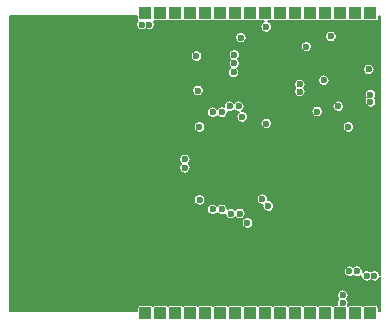
<source format=gbr>
G04 #@! TF.GenerationSoftware,KiCad,Pcbnew,5.1.4*
G04 #@! TF.CreationDate,2019-10-29T20:28:42-05:00*
G04 #@! TF.ProjectId,rf,72662e6b-6963-4616-945f-706362585858,rev?*
G04 #@! TF.SameCoordinates,PX811c3f0PY66a06fc*
G04 #@! TF.FileFunction,Copper,L2,Inr*
G04 #@! TF.FilePolarity,Positive*
%FSLAX46Y46*%
G04 Gerber Fmt 4.6, Leading zero omitted, Abs format (unit mm)*
G04 Created by KiCad (PCBNEW 5.1.4) date 2019-10-29 20:28:42*
%MOMM*%
%LPD*%
G04 APERTURE LIST*
%ADD10R,1.000000X1.000000*%
%ADD11C,0.600000*%
%ADD12C,0.127000*%
G04 APERTURE END LIST*
D10*
X30734000Y0D03*
X29464000Y0D03*
X28194000Y0D03*
X26924000Y0D03*
X25654000Y0D03*
X24384000Y0D03*
X23114000Y0D03*
X21844000Y0D03*
X20574000Y0D03*
X19304000Y0D03*
X18034000Y0D03*
X16764000Y0D03*
X15494000Y0D03*
X14224000Y0D03*
X12954000Y0D03*
X11684000Y0D03*
X11684000Y25400000D03*
X12954000Y25400000D03*
X14224000Y25400000D03*
X15494000Y25400000D03*
X16764000Y25400000D03*
X18034000Y25400000D03*
X19304000Y25400000D03*
X20574000Y25400000D03*
X21844000Y25400000D03*
X23114000Y25400000D03*
X24384000Y25400000D03*
X25654000Y25400000D03*
X26924000Y25400000D03*
X28194000Y25400000D03*
X29464000Y25400000D03*
X30734000Y25400000D03*
D11*
X17157100Y11800000D03*
X17157100Y13600000D03*
X19357100Y12700000D03*
X17157100Y11100000D03*
X17157100Y14300000D03*
X19357100Y11100000D03*
X19357100Y14300000D03*
X5866160Y17048000D03*
X4646160Y18048000D03*
X2476160Y18048000D03*
X1266160Y16848000D03*
X1266160Y14648000D03*
X2446160Y13458000D03*
X4696160Y13458000D03*
X5866160Y14448000D03*
X5866160Y10952000D03*
X4646160Y11952000D03*
X2476160Y11952000D03*
X1266160Y10752000D03*
X1266160Y8552000D03*
X2446160Y7362000D03*
X4696160Y7362000D03*
X5866160Y8352000D03*
X5866160Y4856000D03*
X4646160Y5856000D03*
X2476160Y5856000D03*
X1266160Y4656000D03*
X1266160Y2456000D03*
X2446160Y1266000D03*
X4696160Y1266000D03*
X5866160Y2256000D03*
X22975000Y21780000D03*
X21475000Y20247900D03*
X22975000Y20247900D03*
X21475000Y21780000D03*
X10915051Y16470596D03*
X12980418Y15962000D03*
X8849379Y16985575D03*
X9241303Y14149782D03*
X11304475Y13634122D03*
X12980418Y13345800D03*
X10897796Y8924490D03*
X8849379Y8414414D03*
X12945983Y9435491D03*
X11279441Y11758563D03*
X9232908Y11247974D03*
X12980418Y12050400D03*
X14928981Y4878441D03*
X22888012Y2359700D03*
X24859658Y3012048D03*
X26589870Y4159510D03*
X27958130Y5722351D03*
X28854645Y7596521D03*
X29221356Y9640365D03*
X29236852Y11723698D03*
X14986200Y2232700D03*
X16951427Y2238004D03*
X18913427Y2238004D03*
X20875427Y2238004D03*
X12964200Y4884700D03*
X11002200Y4884700D03*
X9040200Y4884700D03*
X7078200Y4884700D03*
X15459981Y5700639D03*
X21795981Y4895459D03*
X13024646Y2227245D03*
X11062646Y2227245D03*
X9100646Y2227245D03*
X7138646Y2227245D03*
X7228412Y10993604D03*
X6887379Y8323300D03*
X7228411Y14406385D03*
X14942418Y15962000D03*
X14907983Y9435491D03*
X23636452Y15512000D03*
X25598452Y15512000D03*
X29236852Y13746548D03*
X27560452Y15512000D03*
X19383981Y5700639D03*
X6887379Y17076700D03*
X23636452Y10888000D03*
X25598452Y10888000D03*
X26562299Y9671858D03*
X22882869Y5087474D03*
X24720224Y6051434D03*
X26016919Y7671069D03*
X17421981Y5700639D03*
X21345981Y5700639D03*
X30000000Y4750000D03*
X14750000Y24000000D03*
X14750000Y20000000D03*
X14750000Y22000000D03*
X29000000Y24000000D03*
X29000000Y22250000D03*
X30750000Y22250000D03*
X11366500Y24447500D03*
X12001500Y24447500D03*
X26775800Y19727900D03*
X30585800Y20642300D03*
X28384500Y1524000D03*
X28384500Y889000D03*
X28003500Y17526000D03*
X19141400Y20388300D03*
X27385400Y23436300D03*
X19765400Y23334700D03*
X24743800Y18762700D03*
X30416500Y3175000D03*
X31051500Y3175000D03*
X30734000Y17907000D03*
X30734000Y18516600D03*
X24743800Y19385000D03*
X15013700Y13034200D03*
X15013700Y12323000D03*
X16129000Y18859500D03*
X16257100Y9600000D03*
X16254100Y15775000D03*
X29591000Y3556000D03*
X28956000Y3556000D03*
X19202400Y21159897D03*
X28854400Y15773400D03*
X19202400Y21886900D03*
X26212800Y17076700D03*
X21894800Y24257000D03*
X22077680Y9080500D03*
X21577300Y9669780D03*
X25302600Y22572700D03*
X17368200Y8800000D03*
X18146000Y8800000D03*
X18893200Y8440000D03*
X19671000Y8440000D03*
X20320000Y7645400D03*
X19862800Y16637000D03*
X19576060Y17526000D03*
X18798260Y17526000D03*
X18146000Y17018000D03*
X17368200Y17018000D03*
X21907500Y16065500D03*
X16002000Y21780500D03*
D12*
G36*
X10992579Y24900000D02*
G01*
X10996257Y24862656D01*
X11007150Y24826746D01*
X11022799Y24797470D01*
X10985504Y24760175D01*
X10931825Y24679839D01*
X10894850Y24590573D01*
X10876000Y24495810D01*
X10876000Y24399190D01*
X10894850Y24304427D01*
X10931825Y24215161D01*
X10985504Y24134825D01*
X11053825Y24066504D01*
X11134161Y24012825D01*
X11223427Y23975850D01*
X11318190Y23957000D01*
X11414810Y23957000D01*
X11509573Y23975850D01*
X11598839Y24012825D01*
X11679175Y24066504D01*
X11684000Y24071329D01*
X11688825Y24066504D01*
X11769161Y24012825D01*
X11858427Y23975850D01*
X11953190Y23957000D01*
X12049810Y23957000D01*
X12144573Y23975850D01*
X12233839Y24012825D01*
X12314175Y24066504D01*
X12382496Y24134825D01*
X12436175Y24215161D01*
X12473150Y24304427D01*
X12492000Y24399190D01*
X12492000Y24495810D01*
X12473150Y24590573D01*
X12436175Y24679839D01*
X12413969Y24713072D01*
X12416656Y24712257D01*
X12454000Y24708579D01*
X13454000Y24708579D01*
X13491344Y24712257D01*
X13527254Y24723150D01*
X13560348Y24740839D01*
X13589000Y24764354D01*
X13617652Y24740839D01*
X13650746Y24723150D01*
X13686656Y24712257D01*
X13724000Y24708579D01*
X14724000Y24708579D01*
X14761344Y24712257D01*
X14797254Y24723150D01*
X14830348Y24740839D01*
X14859000Y24764354D01*
X14887652Y24740839D01*
X14920746Y24723150D01*
X14956656Y24712257D01*
X14994000Y24708579D01*
X15994000Y24708579D01*
X16031344Y24712257D01*
X16067254Y24723150D01*
X16100348Y24740839D01*
X16129000Y24764354D01*
X16157652Y24740839D01*
X16190746Y24723150D01*
X16226656Y24712257D01*
X16264000Y24708579D01*
X17264000Y24708579D01*
X17301344Y24712257D01*
X17337254Y24723150D01*
X17370348Y24740839D01*
X17399000Y24764354D01*
X17427652Y24740839D01*
X17460746Y24723150D01*
X17496656Y24712257D01*
X17534000Y24708579D01*
X18534000Y24708579D01*
X18571344Y24712257D01*
X18607254Y24723150D01*
X18640348Y24740839D01*
X18669000Y24764354D01*
X18697652Y24740839D01*
X18730746Y24723150D01*
X18766656Y24712257D01*
X18804000Y24708579D01*
X19804000Y24708579D01*
X19841344Y24712257D01*
X19877254Y24723150D01*
X19910348Y24740839D01*
X19939000Y24764354D01*
X19967652Y24740839D01*
X20000746Y24723150D01*
X20036656Y24712257D01*
X20074000Y24708579D01*
X21074000Y24708579D01*
X21111344Y24712257D01*
X21147254Y24723150D01*
X21180348Y24740839D01*
X21209000Y24764354D01*
X21237652Y24740839D01*
X21270746Y24723150D01*
X21306656Y24712257D01*
X21344000Y24708579D01*
X21703271Y24708579D01*
X21662461Y24691675D01*
X21582125Y24637996D01*
X21513804Y24569675D01*
X21460125Y24489339D01*
X21423150Y24400073D01*
X21404300Y24305310D01*
X21404300Y24208690D01*
X21423150Y24113927D01*
X21460125Y24024661D01*
X21513804Y23944325D01*
X21582125Y23876004D01*
X21662461Y23822325D01*
X21751727Y23785350D01*
X21846490Y23766500D01*
X21943110Y23766500D01*
X22037873Y23785350D01*
X22127139Y23822325D01*
X22207475Y23876004D01*
X22275796Y23944325D01*
X22329475Y24024661D01*
X22366450Y24113927D01*
X22385300Y24208690D01*
X22385300Y24305310D01*
X22366450Y24400073D01*
X22329475Y24489339D01*
X22275796Y24569675D01*
X22207475Y24637996D01*
X22127139Y24691675D01*
X22086329Y24708579D01*
X22344000Y24708579D01*
X22381344Y24712257D01*
X22417254Y24723150D01*
X22450348Y24740839D01*
X22479000Y24764354D01*
X22507652Y24740839D01*
X22540746Y24723150D01*
X22576656Y24712257D01*
X22614000Y24708579D01*
X23614000Y24708579D01*
X23651344Y24712257D01*
X23687254Y24723150D01*
X23720348Y24740839D01*
X23749000Y24764354D01*
X23777652Y24740839D01*
X23810746Y24723150D01*
X23846656Y24712257D01*
X23884000Y24708579D01*
X24884000Y24708579D01*
X24921344Y24712257D01*
X24957254Y24723150D01*
X24990348Y24740839D01*
X25019000Y24764354D01*
X25047652Y24740839D01*
X25080746Y24723150D01*
X25116656Y24712257D01*
X25154000Y24708579D01*
X26154000Y24708579D01*
X26191344Y24712257D01*
X26227254Y24723150D01*
X26260348Y24740839D01*
X26289000Y24764354D01*
X26317652Y24740839D01*
X26350746Y24723150D01*
X26386656Y24712257D01*
X26424000Y24708579D01*
X27424000Y24708579D01*
X27461344Y24712257D01*
X27497254Y24723150D01*
X27530348Y24740839D01*
X27559000Y24764354D01*
X27587652Y24740839D01*
X27620746Y24723150D01*
X27656656Y24712257D01*
X27694000Y24708579D01*
X28694000Y24708579D01*
X28731344Y24712257D01*
X28767254Y24723150D01*
X28800348Y24740839D01*
X28829000Y24764354D01*
X28857652Y24740839D01*
X28890746Y24723150D01*
X28926656Y24712257D01*
X28964000Y24708579D01*
X29964000Y24708579D01*
X30001344Y24712257D01*
X30037254Y24723150D01*
X30070348Y24740839D01*
X30099000Y24764354D01*
X30127652Y24740839D01*
X30160746Y24723150D01*
X30196656Y24712257D01*
X30234000Y24708579D01*
X31234000Y24708579D01*
X31271344Y24712257D01*
X31307254Y24723150D01*
X31340348Y24740839D01*
X31369355Y24764645D01*
X31393161Y24793652D01*
X31410850Y24826746D01*
X31421743Y24862656D01*
X31425421Y24900000D01*
X31425421Y25184500D01*
X31534501Y25184500D01*
X31534500Y3261013D01*
X31523150Y3318073D01*
X31486175Y3407339D01*
X31432496Y3487675D01*
X31364175Y3555996D01*
X31283839Y3609675D01*
X31194573Y3646650D01*
X31099810Y3665500D01*
X31003190Y3665500D01*
X30908427Y3646650D01*
X30819161Y3609675D01*
X30738825Y3555996D01*
X30734000Y3551171D01*
X30729175Y3555996D01*
X30648839Y3609675D01*
X30559573Y3646650D01*
X30464810Y3665500D01*
X30368190Y3665500D01*
X30273427Y3646650D01*
X30184161Y3609675D01*
X30103825Y3555996D01*
X30081500Y3533671D01*
X30081500Y3604310D01*
X30062650Y3699073D01*
X30025675Y3788339D01*
X29971996Y3868675D01*
X29903675Y3936996D01*
X29823339Y3990675D01*
X29734073Y4027650D01*
X29639310Y4046500D01*
X29542690Y4046500D01*
X29447927Y4027650D01*
X29358661Y3990675D01*
X29278325Y3936996D01*
X29273500Y3932171D01*
X29268675Y3936996D01*
X29188339Y3990675D01*
X29099073Y4027650D01*
X29004310Y4046500D01*
X28907690Y4046500D01*
X28812927Y4027650D01*
X28723661Y3990675D01*
X28643325Y3936996D01*
X28575004Y3868675D01*
X28521325Y3788339D01*
X28484350Y3699073D01*
X28465500Y3604310D01*
X28465500Y3507690D01*
X28484350Y3412927D01*
X28521325Y3323661D01*
X28575004Y3243325D01*
X28643325Y3175004D01*
X28723661Y3121325D01*
X28812927Y3084350D01*
X28907690Y3065500D01*
X29004310Y3065500D01*
X29099073Y3084350D01*
X29188339Y3121325D01*
X29268675Y3175004D01*
X29273500Y3179829D01*
X29278325Y3175004D01*
X29358661Y3121325D01*
X29447927Y3084350D01*
X29542690Y3065500D01*
X29639310Y3065500D01*
X29734073Y3084350D01*
X29823339Y3121325D01*
X29903675Y3175004D01*
X29926000Y3197329D01*
X29926000Y3126690D01*
X29944850Y3031927D01*
X29981825Y2942661D01*
X30035504Y2862325D01*
X30103825Y2794004D01*
X30184161Y2740325D01*
X30273427Y2703350D01*
X30368190Y2684500D01*
X30464810Y2684500D01*
X30559573Y2703350D01*
X30648839Y2740325D01*
X30729175Y2794004D01*
X30734000Y2798829D01*
X30738825Y2794004D01*
X30819161Y2740325D01*
X30908427Y2703350D01*
X31003190Y2684500D01*
X31099810Y2684500D01*
X31194573Y2703350D01*
X31283839Y2740325D01*
X31364175Y2794004D01*
X31432496Y2862325D01*
X31486175Y2942661D01*
X31523150Y3031927D01*
X31534500Y3088987D01*
X31534500Y215500D01*
X31425421Y215500D01*
X31425421Y500000D01*
X31421743Y537344D01*
X31410850Y573254D01*
X31393161Y606348D01*
X31369355Y635355D01*
X31340348Y659161D01*
X31307254Y676850D01*
X31271344Y687743D01*
X31234000Y691421D01*
X30234000Y691421D01*
X30196656Y687743D01*
X30160746Y676850D01*
X30127652Y659161D01*
X30099000Y635646D01*
X30070348Y659161D01*
X30037254Y676850D01*
X30001344Y687743D01*
X29964000Y691421D01*
X28964000Y691421D01*
X28926656Y687743D01*
X28890746Y676850D01*
X28857652Y659161D01*
X28829000Y635646D01*
X28813586Y648297D01*
X28819175Y656661D01*
X28856150Y745927D01*
X28875000Y840690D01*
X28875000Y937310D01*
X28856150Y1032073D01*
X28819175Y1121339D01*
X28765496Y1201675D01*
X28760671Y1206500D01*
X28765496Y1211325D01*
X28819175Y1291661D01*
X28856150Y1380927D01*
X28875000Y1475690D01*
X28875000Y1572310D01*
X28856150Y1667073D01*
X28819175Y1756339D01*
X28765496Y1836675D01*
X28697175Y1904996D01*
X28616839Y1958675D01*
X28527573Y1995650D01*
X28432810Y2014500D01*
X28336190Y2014500D01*
X28241427Y1995650D01*
X28152161Y1958675D01*
X28071825Y1904996D01*
X28003504Y1836675D01*
X27949825Y1756339D01*
X27912850Y1667073D01*
X27894000Y1572310D01*
X27894000Y1475690D01*
X27912850Y1380927D01*
X27949825Y1291661D01*
X28003504Y1211325D01*
X28008329Y1206500D01*
X28003504Y1201675D01*
X27949825Y1121339D01*
X27912850Y1032073D01*
X27894000Y937310D01*
X27894000Y840690D01*
X27912850Y745927D01*
X27935427Y691421D01*
X27694000Y691421D01*
X27656656Y687743D01*
X27620746Y676850D01*
X27587652Y659161D01*
X27559000Y635646D01*
X27530348Y659161D01*
X27497254Y676850D01*
X27461344Y687743D01*
X27424000Y691421D01*
X26424000Y691421D01*
X26386656Y687743D01*
X26350746Y676850D01*
X26317652Y659161D01*
X26289000Y635646D01*
X26260348Y659161D01*
X26227254Y676850D01*
X26191344Y687743D01*
X26154000Y691421D01*
X25154000Y691421D01*
X25116656Y687743D01*
X25080746Y676850D01*
X25047652Y659161D01*
X25019000Y635646D01*
X24990348Y659161D01*
X24957254Y676850D01*
X24921344Y687743D01*
X24884000Y691421D01*
X23884000Y691421D01*
X23846656Y687743D01*
X23810746Y676850D01*
X23777652Y659161D01*
X23749000Y635646D01*
X23720348Y659161D01*
X23687254Y676850D01*
X23651344Y687743D01*
X23614000Y691421D01*
X22614000Y691421D01*
X22576656Y687743D01*
X22540746Y676850D01*
X22507652Y659161D01*
X22479000Y635646D01*
X22450348Y659161D01*
X22417254Y676850D01*
X22381344Y687743D01*
X22344000Y691421D01*
X21344000Y691421D01*
X21306656Y687743D01*
X21270746Y676850D01*
X21237652Y659161D01*
X21209000Y635646D01*
X21180348Y659161D01*
X21147254Y676850D01*
X21111344Y687743D01*
X21074000Y691421D01*
X20074000Y691421D01*
X20036656Y687743D01*
X20000746Y676850D01*
X19967652Y659161D01*
X19939000Y635646D01*
X19910348Y659161D01*
X19877254Y676850D01*
X19841344Y687743D01*
X19804000Y691421D01*
X18804000Y691421D01*
X18766656Y687743D01*
X18730746Y676850D01*
X18697652Y659161D01*
X18669000Y635646D01*
X18640348Y659161D01*
X18607254Y676850D01*
X18571344Y687743D01*
X18534000Y691421D01*
X17534000Y691421D01*
X17496656Y687743D01*
X17460746Y676850D01*
X17427652Y659161D01*
X17399000Y635646D01*
X17370348Y659161D01*
X17337254Y676850D01*
X17301344Y687743D01*
X17264000Y691421D01*
X16264000Y691421D01*
X16226656Y687743D01*
X16190746Y676850D01*
X16157652Y659161D01*
X16129000Y635646D01*
X16100348Y659161D01*
X16067254Y676850D01*
X16031344Y687743D01*
X15994000Y691421D01*
X14994000Y691421D01*
X14956656Y687743D01*
X14920746Y676850D01*
X14887652Y659161D01*
X14859000Y635646D01*
X14830348Y659161D01*
X14797254Y676850D01*
X14761344Y687743D01*
X14724000Y691421D01*
X13724000Y691421D01*
X13686656Y687743D01*
X13650746Y676850D01*
X13617652Y659161D01*
X13589000Y635646D01*
X13560348Y659161D01*
X13527254Y676850D01*
X13491344Y687743D01*
X13454000Y691421D01*
X12454000Y691421D01*
X12416656Y687743D01*
X12380746Y676850D01*
X12347652Y659161D01*
X12319000Y635646D01*
X12290348Y659161D01*
X12257254Y676850D01*
X12221344Y687743D01*
X12184000Y691421D01*
X11184000Y691421D01*
X11146656Y687743D01*
X11110746Y676850D01*
X11077652Y659161D01*
X11048645Y635355D01*
X11024839Y606348D01*
X11007150Y573254D01*
X10996257Y537344D01*
X10992579Y500000D01*
X10992579Y215500D01*
X215500Y215500D01*
X215500Y7693710D01*
X19829500Y7693710D01*
X19829500Y7597090D01*
X19848350Y7502327D01*
X19885325Y7413061D01*
X19939004Y7332725D01*
X20007325Y7264404D01*
X20087661Y7210725D01*
X20176927Y7173750D01*
X20271690Y7154900D01*
X20368310Y7154900D01*
X20463073Y7173750D01*
X20552339Y7210725D01*
X20632675Y7264404D01*
X20700996Y7332725D01*
X20754675Y7413061D01*
X20791650Y7502327D01*
X20810500Y7597090D01*
X20810500Y7693710D01*
X20791650Y7788473D01*
X20754675Y7877739D01*
X20700996Y7958075D01*
X20632675Y8026396D01*
X20552339Y8080075D01*
X20463073Y8117050D01*
X20368310Y8135900D01*
X20271690Y8135900D01*
X20176927Y8117050D01*
X20087661Y8080075D01*
X20007325Y8026396D01*
X19939004Y7958075D01*
X19885325Y7877739D01*
X19848350Y7788473D01*
X19829500Y7693710D01*
X215500Y7693710D01*
X215500Y8848310D01*
X16877700Y8848310D01*
X16877700Y8751690D01*
X16896550Y8656927D01*
X16933525Y8567661D01*
X16987204Y8487325D01*
X17055525Y8419004D01*
X17135861Y8365325D01*
X17225127Y8328350D01*
X17319890Y8309500D01*
X17416510Y8309500D01*
X17511273Y8328350D01*
X17600539Y8365325D01*
X17680875Y8419004D01*
X17749196Y8487325D01*
X17757100Y8499154D01*
X17765004Y8487325D01*
X17833325Y8419004D01*
X17913661Y8365325D01*
X18002927Y8328350D01*
X18097690Y8309500D01*
X18194310Y8309500D01*
X18289073Y8328350D01*
X18378339Y8365325D01*
X18404471Y8382786D01*
X18421550Y8296927D01*
X18458525Y8207661D01*
X18512204Y8127325D01*
X18580525Y8059004D01*
X18660861Y8005325D01*
X18750127Y7968350D01*
X18844890Y7949500D01*
X18941510Y7949500D01*
X19036273Y7968350D01*
X19125539Y8005325D01*
X19205875Y8059004D01*
X19274196Y8127325D01*
X19282100Y8139154D01*
X19290004Y8127325D01*
X19358325Y8059004D01*
X19438661Y8005325D01*
X19527927Y7968350D01*
X19622690Y7949500D01*
X19719310Y7949500D01*
X19814073Y7968350D01*
X19903339Y8005325D01*
X19983675Y8059004D01*
X20051996Y8127325D01*
X20105675Y8207661D01*
X20142650Y8296927D01*
X20161500Y8391690D01*
X20161500Y8488310D01*
X20142650Y8583073D01*
X20105675Y8672339D01*
X20051996Y8752675D01*
X19983675Y8820996D01*
X19903339Y8874675D01*
X19814073Y8911650D01*
X19719310Y8930500D01*
X19622690Y8930500D01*
X19527927Y8911650D01*
X19438661Y8874675D01*
X19358325Y8820996D01*
X19290004Y8752675D01*
X19282100Y8740846D01*
X19274196Y8752675D01*
X19205875Y8820996D01*
X19125539Y8874675D01*
X19036273Y8911650D01*
X18941510Y8930500D01*
X18844890Y8930500D01*
X18750127Y8911650D01*
X18660861Y8874675D01*
X18634729Y8857214D01*
X18617650Y8943073D01*
X18580675Y9032339D01*
X18526996Y9112675D01*
X18458675Y9180996D01*
X18378339Y9234675D01*
X18289073Y9271650D01*
X18194310Y9290500D01*
X18097690Y9290500D01*
X18002927Y9271650D01*
X17913661Y9234675D01*
X17833325Y9180996D01*
X17765004Y9112675D01*
X17757100Y9100846D01*
X17749196Y9112675D01*
X17680875Y9180996D01*
X17600539Y9234675D01*
X17511273Y9271650D01*
X17416510Y9290500D01*
X17319890Y9290500D01*
X17225127Y9271650D01*
X17135861Y9234675D01*
X17055525Y9180996D01*
X16987204Y9112675D01*
X16933525Y9032339D01*
X16896550Y8943073D01*
X16877700Y8848310D01*
X215500Y8848310D01*
X215500Y9648310D01*
X15766600Y9648310D01*
X15766600Y9551690D01*
X15785450Y9456927D01*
X15822425Y9367661D01*
X15876104Y9287325D01*
X15944425Y9219004D01*
X16024761Y9165325D01*
X16114027Y9128350D01*
X16208790Y9109500D01*
X16305410Y9109500D01*
X16400173Y9128350D01*
X16489439Y9165325D01*
X16569775Y9219004D01*
X16638096Y9287325D01*
X16691775Y9367661D01*
X16728750Y9456927D01*
X16747600Y9551690D01*
X16747600Y9648310D01*
X16733720Y9718090D01*
X21086800Y9718090D01*
X21086800Y9621470D01*
X21105650Y9526707D01*
X21142625Y9437441D01*
X21196304Y9357105D01*
X21264625Y9288784D01*
X21344961Y9235105D01*
X21434227Y9198130D01*
X21528990Y9179280D01*
X21597219Y9179280D01*
X21587180Y9128810D01*
X21587180Y9032190D01*
X21606030Y8937427D01*
X21643005Y8848161D01*
X21696684Y8767825D01*
X21765005Y8699504D01*
X21845341Y8645825D01*
X21934607Y8608850D01*
X22029370Y8590000D01*
X22125990Y8590000D01*
X22220753Y8608850D01*
X22310019Y8645825D01*
X22390355Y8699504D01*
X22458676Y8767825D01*
X22512355Y8848161D01*
X22549330Y8937427D01*
X22568180Y9032190D01*
X22568180Y9128810D01*
X22549330Y9223573D01*
X22512355Y9312839D01*
X22458676Y9393175D01*
X22390355Y9461496D01*
X22310019Y9515175D01*
X22220753Y9552150D01*
X22125990Y9571000D01*
X22057761Y9571000D01*
X22067800Y9621470D01*
X22067800Y9718090D01*
X22048950Y9812853D01*
X22011975Y9902119D01*
X21958296Y9982455D01*
X21889975Y10050776D01*
X21809639Y10104455D01*
X21720373Y10141430D01*
X21625610Y10160280D01*
X21528990Y10160280D01*
X21434227Y10141430D01*
X21344961Y10104455D01*
X21264625Y10050776D01*
X21196304Y9982455D01*
X21142625Y9902119D01*
X21105650Y9812853D01*
X21086800Y9718090D01*
X16733720Y9718090D01*
X16728750Y9743073D01*
X16691775Y9832339D01*
X16638096Y9912675D01*
X16569775Y9980996D01*
X16489439Y10034675D01*
X16400173Y10071650D01*
X16305410Y10090500D01*
X16208790Y10090500D01*
X16114027Y10071650D01*
X16024761Y10034675D01*
X15944425Y9980996D01*
X15876104Y9912675D01*
X15822425Y9832339D01*
X15785450Y9743073D01*
X15766600Y9648310D01*
X215500Y9648310D01*
X215500Y13082510D01*
X14523200Y13082510D01*
X14523200Y12985890D01*
X14542050Y12891127D01*
X14579025Y12801861D01*
X14632704Y12721525D01*
X14675629Y12678600D01*
X14632704Y12635675D01*
X14579025Y12555339D01*
X14542050Y12466073D01*
X14523200Y12371310D01*
X14523200Y12274690D01*
X14542050Y12179927D01*
X14579025Y12090661D01*
X14632704Y12010325D01*
X14701025Y11942004D01*
X14781361Y11888325D01*
X14870627Y11851350D01*
X14965390Y11832500D01*
X15062010Y11832500D01*
X15156773Y11851350D01*
X15246039Y11888325D01*
X15326375Y11942004D01*
X15394696Y12010325D01*
X15448375Y12090661D01*
X15485350Y12179927D01*
X15504200Y12274690D01*
X15504200Y12371310D01*
X15485350Y12466073D01*
X15448375Y12555339D01*
X15394696Y12635675D01*
X15351771Y12678600D01*
X15394696Y12721525D01*
X15448375Y12801861D01*
X15485350Y12891127D01*
X15504200Y12985890D01*
X15504200Y13082510D01*
X15485350Y13177273D01*
X15448375Y13266539D01*
X15394696Y13346875D01*
X15326375Y13415196D01*
X15246039Y13468875D01*
X15156773Y13505850D01*
X15062010Y13524700D01*
X14965390Y13524700D01*
X14870627Y13505850D01*
X14781361Y13468875D01*
X14701025Y13415196D01*
X14632704Y13346875D01*
X14579025Y13266539D01*
X14542050Y13177273D01*
X14523200Y13082510D01*
X215500Y13082510D01*
X215500Y15823310D01*
X15763600Y15823310D01*
X15763600Y15726690D01*
X15782450Y15631927D01*
X15819425Y15542661D01*
X15873104Y15462325D01*
X15941425Y15394004D01*
X16021761Y15340325D01*
X16111027Y15303350D01*
X16205790Y15284500D01*
X16302410Y15284500D01*
X16397173Y15303350D01*
X16486439Y15340325D01*
X16566775Y15394004D01*
X16635096Y15462325D01*
X16688775Y15542661D01*
X16725750Y15631927D01*
X16744600Y15726690D01*
X16744600Y15823310D01*
X16725750Y15918073D01*
X16688775Y16007339D01*
X16635096Y16087675D01*
X16608961Y16113810D01*
X21417000Y16113810D01*
X21417000Y16017190D01*
X21435850Y15922427D01*
X21472825Y15833161D01*
X21526504Y15752825D01*
X21594825Y15684504D01*
X21675161Y15630825D01*
X21764427Y15593850D01*
X21859190Y15575000D01*
X21955810Y15575000D01*
X22050573Y15593850D01*
X22139839Y15630825D01*
X22220175Y15684504D01*
X22288496Y15752825D01*
X22334523Y15821710D01*
X28363900Y15821710D01*
X28363900Y15725090D01*
X28382750Y15630327D01*
X28419725Y15541061D01*
X28473404Y15460725D01*
X28541725Y15392404D01*
X28622061Y15338725D01*
X28711327Y15301750D01*
X28806090Y15282900D01*
X28902710Y15282900D01*
X28997473Y15301750D01*
X29086739Y15338725D01*
X29167075Y15392404D01*
X29235396Y15460725D01*
X29289075Y15541061D01*
X29326050Y15630327D01*
X29344900Y15725090D01*
X29344900Y15821710D01*
X29326050Y15916473D01*
X29289075Y16005739D01*
X29235396Y16086075D01*
X29167075Y16154396D01*
X29086739Y16208075D01*
X28997473Y16245050D01*
X28902710Y16263900D01*
X28806090Y16263900D01*
X28711327Y16245050D01*
X28622061Y16208075D01*
X28541725Y16154396D01*
X28473404Y16086075D01*
X28419725Y16005739D01*
X28382750Y15916473D01*
X28363900Y15821710D01*
X22334523Y15821710D01*
X22342175Y15833161D01*
X22379150Y15922427D01*
X22398000Y16017190D01*
X22398000Y16113810D01*
X22379150Y16208573D01*
X22342175Y16297839D01*
X22288496Y16378175D01*
X22220175Y16446496D01*
X22139839Y16500175D01*
X22050573Y16537150D01*
X21955810Y16556000D01*
X21859190Y16556000D01*
X21764427Y16537150D01*
X21675161Y16500175D01*
X21594825Y16446496D01*
X21526504Y16378175D01*
X21472825Y16297839D01*
X21435850Y16208573D01*
X21417000Y16113810D01*
X16608961Y16113810D01*
X16566775Y16155996D01*
X16486439Y16209675D01*
X16397173Y16246650D01*
X16302410Y16265500D01*
X16205790Y16265500D01*
X16111027Y16246650D01*
X16021761Y16209675D01*
X15941425Y16155996D01*
X15873104Y16087675D01*
X15819425Y16007339D01*
X15782450Y15918073D01*
X15763600Y15823310D01*
X215500Y15823310D01*
X215500Y17066310D01*
X16877700Y17066310D01*
X16877700Y16969690D01*
X16896550Y16874927D01*
X16933525Y16785661D01*
X16987204Y16705325D01*
X17055525Y16637004D01*
X17135861Y16583325D01*
X17225127Y16546350D01*
X17319890Y16527500D01*
X17416510Y16527500D01*
X17511273Y16546350D01*
X17600539Y16583325D01*
X17680875Y16637004D01*
X17749196Y16705325D01*
X17757100Y16717154D01*
X17765004Y16705325D01*
X17833325Y16637004D01*
X17913661Y16583325D01*
X18002927Y16546350D01*
X18097690Y16527500D01*
X18194310Y16527500D01*
X18289073Y16546350D01*
X18378339Y16583325D01*
X18458675Y16637004D01*
X18526996Y16705325D01*
X18580675Y16785661D01*
X18617650Y16874927D01*
X18636500Y16969690D01*
X18636500Y17062090D01*
X18655187Y17054350D01*
X18749950Y17035500D01*
X18846570Y17035500D01*
X18941333Y17054350D01*
X19030599Y17091325D01*
X19110935Y17145004D01*
X19179256Y17213325D01*
X19187160Y17225154D01*
X19195064Y17213325D01*
X19263385Y17145004D01*
X19343721Y17091325D01*
X19432987Y17054350D01*
X19527750Y17035500D01*
X19576321Y17035500D01*
X19550125Y17017996D01*
X19481804Y16949675D01*
X19428125Y16869339D01*
X19391150Y16780073D01*
X19372300Y16685310D01*
X19372300Y16588690D01*
X19391150Y16493927D01*
X19428125Y16404661D01*
X19481804Y16324325D01*
X19550125Y16256004D01*
X19630461Y16202325D01*
X19719727Y16165350D01*
X19814490Y16146500D01*
X19911110Y16146500D01*
X20005873Y16165350D01*
X20095139Y16202325D01*
X20175475Y16256004D01*
X20243796Y16324325D01*
X20297475Y16404661D01*
X20334450Y16493927D01*
X20353300Y16588690D01*
X20353300Y16685310D01*
X20334450Y16780073D01*
X20297475Y16869339D01*
X20243796Y16949675D01*
X20175475Y17017996D01*
X20095139Y17071675D01*
X20005873Y17108650D01*
X19923628Y17125010D01*
X25722300Y17125010D01*
X25722300Y17028390D01*
X25741150Y16933627D01*
X25778125Y16844361D01*
X25831804Y16764025D01*
X25900125Y16695704D01*
X25980461Y16642025D01*
X26069727Y16605050D01*
X26164490Y16586200D01*
X26261110Y16586200D01*
X26355873Y16605050D01*
X26445139Y16642025D01*
X26525475Y16695704D01*
X26593796Y16764025D01*
X26647475Y16844361D01*
X26684450Y16933627D01*
X26703300Y17028390D01*
X26703300Y17125010D01*
X26684450Y17219773D01*
X26647475Y17309039D01*
X26593796Y17389375D01*
X26525475Y17457696D01*
X26445139Y17511375D01*
X26355873Y17548350D01*
X26261110Y17567200D01*
X26164490Y17567200D01*
X26069727Y17548350D01*
X25980461Y17511375D01*
X25900125Y17457696D01*
X25831804Y17389375D01*
X25778125Y17309039D01*
X25741150Y17219773D01*
X25722300Y17125010D01*
X19923628Y17125010D01*
X19911110Y17127500D01*
X19862539Y17127500D01*
X19888735Y17145004D01*
X19957056Y17213325D01*
X20010735Y17293661D01*
X20047710Y17382927D01*
X20066560Y17477690D01*
X20066560Y17574310D01*
X27513000Y17574310D01*
X27513000Y17477690D01*
X27531850Y17382927D01*
X27568825Y17293661D01*
X27622504Y17213325D01*
X27690825Y17145004D01*
X27771161Y17091325D01*
X27860427Y17054350D01*
X27955190Y17035500D01*
X28051810Y17035500D01*
X28146573Y17054350D01*
X28235839Y17091325D01*
X28316175Y17145004D01*
X28384496Y17213325D01*
X28438175Y17293661D01*
X28475150Y17382927D01*
X28494000Y17477690D01*
X28494000Y17574310D01*
X28475150Y17669073D01*
X28438175Y17758339D01*
X28384496Y17838675D01*
X28316175Y17906996D01*
X28235839Y17960675D01*
X28146573Y17997650D01*
X28051810Y18016500D01*
X27955190Y18016500D01*
X27860427Y17997650D01*
X27771161Y17960675D01*
X27690825Y17906996D01*
X27622504Y17838675D01*
X27568825Y17758339D01*
X27531850Y17669073D01*
X27513000Y17574310D01*
X20066560Y17574310D01*
X20047710Y17669073D01*
X20010735Y17758339D01*
X19957056Y17838675D01*
X19888735Y17906996D01*
X19808399Y17960675D01*
X19719133Y17997650D01*
X19624370Y18016500D01*
X19527750Y18016500D01*
X19432987Y17997650D01*
X19343721Y17960675D01*
X19263385Y17906996D01*
X19195064Y17838675D01*
X19187160Y17826846D01*
X19179256Y17838675D01*
X19110935Y17906996D01*
X19030599Y17960675D01*
X18941333Y17997650D01*
X18846570Y18016500D01*
X18749950Y18016500D01*
X18655187Y17997650D01*
X18565921Y17960675D01*
X18485585Y17906996D01*
X18417264Y17838675D01*
X18363585Y17758339D01*
X18326610Y17669073D01*
X18307760Y17574310D01*
X18307760Y17481910D01*
X18289073Y17489650D01*
X18194310Y17508500D01*
X18097690Y17508500D01*
X18002927Y17489650D01*
X17913661Y17452675D01*
X17833325Y17398996D01*
X17765004Y17330675D01*
X17757100Y17318846D01*
X17749196Y17330675D01*
X17680875Y17398996D01*
X17600539Y17452675D01*
X17511273Y17489650D01*
X17416510Y17508500D01*
X17319890Y17508500D01*
X17225127Y17489650D01*
X17135861Y17452675D01*
X17055525Y17398996D01*
X16987204Y17330675D01*
X16933525Y17250339D01*
X16896550Y17161073D01*
X16877700Y17066310D01*
X215500Y17066310D01*
X215500Y18907810D01*
X15638500Y18907810D01*
X15638500Y18811190D01*
X15657350Y18716427D01*
X15694325Y18627161D01*
X15748004Y18546825D01*
X15816325Y18478504D01*
X15896661Y18424825D01*
X15985927Y18387850D01*
X16080690Y18369000D01*
X16177310Y18369000D01*
X16272073Y18387850D01*
X16361339Y18424825D01*
X16441675Y18478504D01*
X16509996Y18546825D01*
X16563675Y18627161D01*
X16600650Y18716427D01*
X16619500Y18811190D01*
X16619500Y18907810D01*
X16600650Y19002573D01*
X16563675Y19091839D01*
X16509996Y19172175D01*
X16441675Y19240496D01*
X16361339Y19294175D01*
X16272073Y19331150D01*
X16177310Y19350000D01*
X16080690Y19350000D01*
X15985927Y19331150D01*
X15896661Y19294175D01*
X15816325Y19240496D01*
X15748004Y19172175D01*
X15694325Y19091839D01*
X15657350Y19002573D01*
X15638500Y18907810D01*
X215500Y18907810D01*
X215500Y19433310D01*
X24253300Y19433310D01*
X24253300Y19336690D01*
X24272150Y19241927D01*
X24309125Y19152661D01*
X24361785Y19073850D01*
X24309125Y18995039D01*
X24272150Y18905773D01*
X24253300Y18811010D01*
X24253300Y18714390D01*
X24272150Y18619627D01*
X24309125Y18530361D01*
X24362804Y18450025D01*
X24431125Y18381704D01*
X24511461Y18328025D01*
X24600727Y18291050D01*
X24695490Y18272200D01*
X24792110Y18272200D01*
X24886873Y18291050D01*
X24976139Y18328025D01*
X25056475Y18381704D01*
X25124796Y18450025D01*
X25178475Y18530361D01*
X25192785Y18564910D01*
X30243500Y18564910D01*
X30243500Y18468290D01*
X30262350Y18373527D01*
X30299325Y18284261D01*
X30347742Y18211800D01*
X30299325Y18139339D01*
X30262350Y18050073D01*
X30243500Y17955310D01*
X30243500Y17858690D01*
X30262350Y17763927D01*
X30299325Y17674661D01*
X30353004Y17594325D01*
X30421325Y17526004D01*
X30501661Y17472325D01*
X30590927Y17435350D01*
X30685690Y17416500D01*
X30782310Y17416500D01*
X30877073Y17435350D01*
X30966339Y17472325D01*
X31046675Y17526004D01*
X31114996Y17594325D01*
X31168675Y17674661D01*
X31205650Y17763927D01*
X31224500Y17858690D01*
X31224500Y17955310D01*
X31205650Y18050073D01*
X31168675Y18139339D01*
X31120258Y18211800D01*
X31168675Y18284261D01*
X31205650Y18373527D01*
X31224500Y18468290D01*
X31224500Y18564910D01*
X31205650Y18659673D01*
X31168675Y18748939D01*
X31114996Y18829275D01*
X31046675Y18897596D01*
X30966339Y18951275D01*
X30877073Y18988250D01*
X30782310Y19007100D01*
X30685690Y19007100D01*
X30590927Y18988250D01*
X30501661Y18951275D01*
X30421325Y18897596D01*
X30353004Y18829275D01*
X30299325Y18748939D01*
X30262350Y18659673D01*
X30243500Y18564910D01*
X25192785Y18564910D01*
X25215450Y18619627D01*
X25234300Y18714390D01*
X25234300Y18811010D01*
X25215450Y18905773D01*
X25178475Y18995039D01*
X25125815Y19073850D01*
X25178475Y19152661D01*
X25215450Y19241927D01*
X25234300Y19336690D01*
X25234300Y19433310D01*
X25215450Y19528073D01*
X25178475Y19617339D01*
X25124796Y19697675D01*
X25056475Y19765996D01*
X25041189Y19776210D01*
X26285300Y19776210D01*
X26285300Y19679590D01*
X26304150Y19584827D01*
X26341125Y19495561D01*
X26394804Y19415225D01*
X26463125Y19346904D01*
X26543461Y19293225D01*
X26632727Y19256250D01*
X26727490Y19237400D01*
X26824110Y19237400D01*
X26918873Y19256250D01*
X27008139Y19293225D01*
X27088475Y19346904D01*
X27156796Y19415225D01*
X27210475Y19495561D01*
X27247450Y19584827D01*
X27266300Y19679590D01*
X27266300Y19776210D01*
X27247450Y19870973D01*
X27210475Y19960239D01*
X27156796Y20040575D01*
X27088475Y20108896D01*
X27008139Y20162575D01*
X26918873Y20199550D01*
X26824110Y20218400D01*
X26727490Y20218400D01*
X26632727Y20199550D01*
X26543461Y20162575D01*
X26463125Y20108896D01*
X26394804Y20040575D01*
X26341125Y19960239D01*
X26304150Y19870973D01*
X26285300Y19776210D01*
X25041189Y19776210D01*
X24976139Y19819675D01*
X24886873Y19856650D01*
X24792110Y19875500D01*
X24695490Y19875500D01*
X24600727Y19856650D01*
X24511461Y19819675D01*
X24431125Y19765996D01*
X24362804Y19697675D01*
X24309125Y19617339D01*
X24272150Y19528073D01*
X24253300Y19433310D01*
X215500Y19433310D01*
X215500Y20436610D01*
X18650900Y20436610D01*
X18650900Y20339990D01*
X18669750Y20245227D01*
X18706725Y20155961D01*
X18760404Y20075625D01*
X18828725Y20007304D01*
X18909061Y19953625D01*
X18998327Y19916650D01*
X19093090Y19897800D01*
X19189710Y19897800D01*
X19284473Y19916650D01*
X19373739Y19953625D01*
X19454075Y20007304D01*
X19522396Y20075625D01*
X19576075Y20155961D01*
X19613050Y20245227D01*
X19631900Y20339990D01*
X19631900Y20436610D01*
X19613050Y20531373D01*
X19576075Y20620639D01*
X19529322Y20690610D01*
X30095300Y20690610D01*
X30095300Y20593990D01*
X30114150Y20499227D01*
X30151125Y20409961D01*
X30204804Y20329625D01*
X30273125Y20261304D01*
X30353461Y20207625D01*
X30442727Y20170650D01*
X30537490Y20151800D01*
X30634110Y20151800D01*
X30728873Y20170650D01*
X30818139Y20207625D01*
X30898475Y20261304D01*
X30966796Y20329625D01*
X31020475Y20409961D01*
X31057450Y20499227D01*
X31076300Y20593990D01*
X31076300Y20690610D01*
X31057450Y20785373D01*
X31020475Y20874639D01*
X30966796Y20954975D01*
X30898475Y21023296D01*
X30818139Y21076975D01*
X30728873Y21113950D01*
X30634110Y21132800D01*
X30537490Y21132800D01*
X30442727Y21113950D01*
X30353461Y21076975D01*
X30273125Y21023296D01*
X30204804Y20954975D01*
X30151125Y20874639D01*
X30114150Y20785373D01*
X30095300Y20690610D01*
X19529322Y20690610D01*
X19522396Y20700975D01*
X19472750Y20750621D01*
X19515075Y20778901D01*
X19583396Y20847222D01*
X19637075Y20927558D01*
X19674050Y21016824D01*
X19692900Y21111587D01*
X19692900Y21208207D01*
X19674050Y21302970D01*
X19637075Y21392236D01*
X19583396Y21472572D01*
X19532570Y21523398D01*
X19583396Y21574225D01*
X19637075Y21654561D01*
X19674050Y21743827D01*
X19692900Y21838590D01*
X19692900Y21935210D01*
X19674050Y22029973D01*
X19637075Y22119239D01*
X19583396Y22199575D01*
X19515075Y22267896D01*
X19434739Y22321575D01*
X19345473Y22358550D01*
X19250710Y22377400D01*
X19154090Y22377400D01*
X19059327Y22358550D01*
X18970061Y22321575D01*
X18889725Y22267896D01*
X18821404Y22199575D01*
X18767725Y22119239D01*
X18730750Y22029973D01*
X18711900Y21935210D01*
X18711900Y21838590D01*
X18730750Y21743827D01*
X18767725Y21654561D01*
X18821404Y21574225D01*
X18872231Y21523398D01*
X18821404Y21472572D01*
X18767725Y21392236D01*
X18730750Y21302970D01*
X18711900Y21208207D01*
X18711900Y21111587D01*
X18730750Y21016824D01*
X18767725Y20927558D01*
X18821404Y20847222D01*
X18871050Y20797576D01*
X18828725Y20769296D01*
X18760404Y20700975D01*
X18706725Y20620639D01*
X18669750Y20531373D01*
X18650900Y20436610D01*
X215500Y20436610D01*
X215500Y21828810D01*
X15511500Y21828810D01*
X15511500Y21732190D01*
X15530350Y21637427D01*
X15567325Y21548161D01*
X15621004Y21467825D01*
X15689325Y21399504D01*
X15769661Y21345825D01*
X15858927Y21308850D01*
X15953690Y21290000D01*
X16050310Y21290000D01*
X16145073Y21308850D01*
X16234339Y21345825D01*
X16314675Y21399504D01*
X16382996Y21467825D01*
X16436675Y21548161D01*
X16473650Y21637427D01*
X16492500Y21732190D01*
X16492500Y21828810D01*
X16473650Y21923573D01*
X16436675Y22012839D01*
X16382996Y22093175D01*
X16314675Y22161496D01*
X16234339Y22215175D01*
X16145073Y22252150D01*
X16050310Y22271000D01*
X15953690Y22271000D01*
X15858927Y22252150D01*
X15769661Y22215175D01*
X15689325Y22161496D01*
X15621004Y22093175D01*
X15567325Y22012839D01*
X15530350Y21923573D01*
X15511500Y21828810D01*
X215500Y21828810D01*
X215500Y22621010D01*
X24812100Y22621010D01*
X24812100Y22524390D01*
X24830950Y22429627D01*
X24867925Y22340361D01*
X24921604Y22260025D01*
X24989925Y22191704D01*
X25070261Y22138025D01*
X25159527Y22101050D01*
X25254290Y22082200D01*
X25350910Y22082200D01*
X25445673Y22101050D01*
X25534939Y22138025D01*
X25615275Y22191704D01*
X25683596Y22260025D01*
X25737275Y22340361D01*
X25774250Y22429627D01*
X25793100Y22524390D01*
X25793100Y22621010D01*
X25774250Y22715773D01*
X25737275Y22805039D01*
X25683596Y22885375D01*
X25615275Y22953696D01*
X25534939Y23007375D01*
X25445673Y23044350D01*
X25350910Y23063200D01*
X25254290Y23063200D01*
X25159527Y23044350D01*
X25070261Y23007375D01*
X24989925Y22953696D01*
X24921604Y22885375D01*
X24867925Y22805039D01*
X24830950Y22715773D01*
X24812100Y22621010D01*
X215500Y22621010D01*
X215500Y23383010D01*
X19274900Y23383010D01*
X19274900Y23286390D01*
X19293750Y23191627D01*
X19330725Y23102361D01*
X19384404Y23022025D01*
X19452725Y22953704D01*
X19533061Y22900025D01*
X19622327Y22863050D01*
X19717090Y22844200D01*
X19813710Y22844200D01*
X19908473Y22863050D01*
X19997739Y22900025D01*
X20078075Y22953704D01*
X20146396Y23022025D01*
X20200075Y23102361D01*
X20237050Y23191627D01*
X20255900Y23286390D01*
X20255900Y23383010D01*
X20237050Y23477773D01*
X20234219Y23484610D01*
X26894900Y23484610D01*
X26894900Y23387990D01*
X26913750Y23293227D01*
X26950725Y23203961D01*
X27004404Y23123625D01*
X27072725Y23055304D01*
X27153061Y23001625D01*
X27242327Y22964650D01*
X27337090Y22945800D01*
X27433710Y22945800D01*
X27528473Y22964650D01*
X27617739Y23001625D01*
X27698075Y23055304D01*
X27766396Y23123625D01*
X27820075Y23203961D01*
X27857050Y23293227D01*
X27875900Y23387990D01*
X27875900Y23484610D01*
X27857050Y23579373D01*
X27820075Y23668639D01*
X27766396Y23748975D01*
X27698075Y23817296D01*
X27617739Y23870975D01*
X27528473Y23907950D01*
X27433710Y23926800D01*
X27337090Y23926800D01*
X27242327Y23907950D01*
X27153061Y23870975D01*
X27072725Y23817296D01*
X27004404Y23748975D01*
X26950725Y23668639D01*
X26913750Y23579373D01*
X26894900Y23484610D01*
X20234219Y23484610D01*
X20200075Y23567039D01*
X20146396Y23647375D01*
X20078075Y23715696D01*
X19997739Y23769375D01*
X19908473Y23806350D01*
X19813710Y23825200D01*
X19717090Y23825200D01*
X19622327Y23806350D01*
X19533061Y23769375D01*
X19452725Y23715696D01*
X19384404Y23647375D01*
X19330725Y23567039D01*
X19293750Y23477773D01*
X19274900Y23383010D01*
X215500Y23383010D01*
X215500Y25184500D01*
X10992579Y25184500D01*
X10992579Y24900000D01*
X10992579Y24900000D01*
G37*
X10992579Y24900000D02*
X10996257Y24862656D01*
X11007150Y24826746D01*
X11022799Y24797470D01*
X10985504Y24760175D01*
X10931825Y24679839D01*
X10894850Y24590573D01*
X10876000Y24495810D01*
X10876000Y24399190D01*
X10894850Y24304427D01*
X10931825Y24215161D01*
X10985504Y24134825D01*
X11053825Y24066504D01*
X11134161Y24012825D01*
X11223427Y23975850D01*
X11318190Y23957000D01*
X11414810Y23957000D01*
X11509573Y23975850D01*
X11598839Y24012825D01*
X11679175Y24066504D01*
X11684000Y24071329D01*
X11688825Y24066504D01*
X11769161Y24012825D01*
X11858427Y23975850D01*
X11953190Y23957000D01*
X12049810Y23957000D01*
X12144573Y23975850D01*
X12233839Y24012825D01*
X12314175Y24066504D01*
X12382496Y24134825D01*
X12436175Y24215161D01*
X12473150Y24304427D01*
X12492000Y24399190D01*
X12492000Y24495810D01*
X12473150Y24590573D01*
X12436175Y24679839D01*
X12413969Y24713072D01*
X12416656Y24712257D01*
X12454000Y24708579D01*
X13454000Y24708579D01*
X13491344Y24712257D01*
X13527254Y24723150D01*
X13560348Y24740839D01*
X13589000Y24764354D01*
X13617652Y24740839D01*
X13650746Y24723150D01*
X13686656Y24712257D01*
X13724000Y24708579D01*
X14724000Y24708579D01*
X14761344Y24712257D01*
X14797254Y24723150D01*
X14830348Y24740839D01*
X14859000Y24764354D01*
X14887652Y24740839D01*
X14920746Y24723150D01*
X14956656Y24712257D01*
X14994000Y24708579D01*
X15994000Y24708579D01*
X16031344Y24712257D01*
X16067254Y24723150D01*
X16100348Y24740839D01*
X16129000Y24764354D01*
X16157652Y24740839D01*
X16190746Y24723150D01*
X16226656Y24712257D01*
X16264000Y24708579D01*
X17264000Y24708579D01*
X17301344Y24712257D01*
X17337254Y24723150D01*
X17370348Y24740839D01*
X17399000Y24764354D01*
X17427652Y24740839D01*
X17460746Y24723150D01*
X17496656Y24712257D01*
X17534000Y24708579D01*
X18534000Y24708579D01*
X18571344Y24712257D01*
X18607254Y24723150D01*
X18640348Y24740839D01*
X18669000Y24764354D01*
X18697652Y24740839D01*
X18730746Y24723150D01*
X18766656Y24712257D01*
X18804000Y24708579D01*
X19804000Y24708579D01*
X19841344Y24712257D01*
X19877254Y24723150D01*
X19910348Y24740839D01*
X19939000Y24764354D01*
X19967652Y24740839D01*
X20000746Y24723150D01*
X20036656Y24712257D01*
X20074000Y24708579D01*
X21074000Y24708579D01*
X21111344Y24712257D01*
X21147254Y24723150D01*
X21180348Y24740839D01*
X21209000Y24764354D01*
X21237652Y24740839D01*
X21270746Y24723150D01*
X21306656Y24712257D01*
X21344000Y24708579D01*
X21703271Y24708579D01*
X21662461Y24691675D01*
X21582125Y24637996D01*
X21513804Y24569675D01*
X21460125Y24489339D01*
X21423150Y24400073D01*
X21404300Y24305310D01*
X21404300Y24208690D01*
X21423150Y24113927D01*
X21460125Y24024661D01*
X21513804Y23944325D01*
X21582125Y23876004D01*
X21662461Y23822325D01*
X21751727Y23785350D01*
X21846490Y23766500D01*
X21943110Y23766500D01*
X22037873Y23785350D01*
X22127139Y23822325D01*
X22207475Y23876004D01*
X22275796Y23944325D01*
X22329475Y24024661D01*
X22366450Y24113927D01*
X22385300Y24208690D01*
X22385300Y24305310D01*
X22366450Y24400073D01*
X22329475Y24489339D01*
X22275796Y24569675D01*
X22207475Y24637996D01*
X22127139Y24691675D01*
X22086329Y24708579D01*
X22344000Y24708579D01*
X22381344Y24712257D01*
X22417254Y24723150D01*
X22450348Y24740839D01*
X22479000Y24764354D01*
X22507652Y24740839D01*
X22540746Y24723150D01*
X22576656Y24712257D01*
X22614000Y24708579D01*
X23614000Y24708579D01*
X23651344Y24712257D01*
X23687254Y24723150D01*
X23720348Y24740839D01*
X23749000Y24764354D01*
X23777652Y24740839D01*
X23810746Y24723150D01*
X23846656Y24712257D01*
X23884000Y24708579D01*
X24884000Y24708579D01*
X24921344Y24712257D01*
X24957254Y24723150D01*
X24990348Y24740839D01*
X25019000Y24764354D01*
X25047652Y24740839D01*
X25080746Y24723150D01*
X25116656Y24712257D01*
X25154000Y24708579D01*
X26154000Y24708579D01*
X26191344Y24712257D01*
X26227254Y24723150D01*
X26260348Y24740839D01*
X26289000Y24764354D01*
X26317652Y24740839D01*
X26350746Y24723150D01*
X26386656Y24712257D01*
X26424000Y24708579D01*
X27424000Y24708579D01*
X27461344Y24712257D01*
X27497254Y24723150D01*
X27530348Y24740839D01*
X27559000Y24764354D01*
X27587652Y24740839D01*
X27620746Y24723150D01*
X27656656Y24712257D01*
X27694000Y24708579D01*
X28694000Y24708579D01*
X28731344Y24712257D01*
X28767254Y24723150D01*
X28800348Y24740839D01*
X28829000Y24764354D01*
X28857652Y24740839D01*
X28890746Y24723150D01*
X28926656Y24712257D01*
X28964000Y24708579D01*
X29964000Y24708579D01*
X30001344Y24712257D01*
X30037254Y24723150D01*
X30070348Y24740839D01*
X30099000Y24764354D01*
X30127652Y24740839D01*
X30160746Y24723150D01*
X30196656Y24712257D01*
X30234000Y24708579D01*
X31234000Y24708579D01*
X31271344Y24712257D01*
X31307254Y24723150D01*
X31340348Y24740839D01*
X31369355Y24764645D01*
X31393161Y24793652D01*
X31410850Y24826746D01*
X31421743Y24862656D01*
X31425421Y24900000D01*
X31425421Y25184500D01*
X31534501Y25184500D01*
X31534500Y3261013D01*
X31523150Y3318073D01*
X31486175Y3407339D01*
X31432496Y3487675D01*
X31364175Y3555996D01*
X31283839Y3609675D01*
X31194573Y3646650D01*
X31099810Y3665500D01*
X31003190Y3665500D01*
X30908427Y3646650D01*
X30819161Y3609675D01*
X30738825Y3555996D01*
X30734000Y3551171D01*
X30729175Y3555996D01*
X30648839Y3609675D01*
X30559573Y3646650D01*
X30464810Y3665500D01*
X30368190Y3665500D01*
X30273427Y3646650D01*
X30184161Y3609675D01*
X30103825Y3555996D01*
X30081500Y3533671D01*
X30081500Y3604310D01*
X30062650Y3699073D01*
X30025675Y3788339D01*
X29971996Y3868675D01*
X29903675Y3936996D01*
X29823339Y3990675D01*
X29734073Y4027650D01*
X29639310Y4046500D01*
X29542690Y4046500D01*
X29447927Y4027650D01*
X29358661Y3990675D01*
X29278325Y3936996D01*
X29273500Y3932171D01*
X29268675Y3936996D01*
X29188339Y3990675D01*
X29099073Y4027650D01*
X29004310Y4046500D01*
X28907690Y4046500D01*
X28812927Y4027650D01*
X28723661Y3990675D01*
X28643325Y3936996D01*
X28575004Y3868675D01*
X28521325Y3788339D01*
X28484350Y3699073D01*
X28465500Y3604310D01*
X28465500Y3507690D01*
X28484350Y3412927D01*
X28521325Y3323661D01*
X28575004Y3243325D01*
X28643325Y3175004D01*
X28723661Y3121325D01*
X28812927Y3084350D01*
X28907690Y3065500D01*
X29004310Y3065500D01*
X29099073Y3084350D01*
X29188339Y3121325D01*
X29268675Y3175004D01*
X29273500Y3179829D01*
X29278325Y3175004D01*
X29358661Y3121325D01*
X29447927Y3084350D01*
X29542690Y3065500D01*
X29639310Y3065500D01*
X29734073Y3084350D01*
X29823339Y3121325D01*
X29903675Y3175004D01*
X29926000Y3197329D01*
X29926000Y3126690D01*
X29944850Y3031927D01*
X29981825Y2942661D01*
X30035504Y2862325D01*
X30103825Y2794004D01*
X30184161Y2740325D01*
X30273427Y2703350D01*
X30368190Y2684500D01*
X30464810Y2684500D01*
X30559573Y2703350D01*
X30648839Y2740325D01*
X30729175Y2794004D01*
X30734000Y2798829D01*
X30738825Y2794004D01*
X30819161Y2740325D01*
X30908427Y2703350D01*
X31003190Y2684500D01*
X31099810Y2684500D01*
X31194573Y2703350D01*
X31283839Y2740325D01*
X31364175Y2794004D01*
X31432496Y2862325D01*
X31486175Y2942661D01*
X31523150Y3031927D01*
X31534500Y3088987D01*
X31534500Y215500D01*
X31425421Y215500D01*
X31425421Y500000D01*
X31421743Y537344D01*
X31410850Y573254D01*
X31393161Y606348D01*
X31369355Y635355D01*
X31340348Y659161D01*
X31307254Y676850D01*
X31271344Y687743D01*
X31234000Y691421D01*
X30234000Y691421D01*
X30196656Y687743D01*
X30160746Y676850D01*
X30127652Y659161D01*
X30099000Y635646D01*
X30070348Y659161D01*
X30037254Y676850D01*
X30001344Y687743D01*
X29964000Y691421D01*
X28964000Y691421D01*
X28926656Y687743D01*
X28890746Y676850D01*
X28857652Y659161D01*
X28829000Y635646D01*
X28813586Y648297D01*
X28819175Y656661D01*
X28856150Y745927D01*
X28875000Y840690D01*
X28875000Y937310D01*
X28856150Y1032073D01*
X28819175Y1121339D01*
X28765496Y1201675D01*
X28760671Y1206500D01*
X28765496Y1211325D01*
X28819175Y1291661D01*
X28856150Y1380927D01*
X28875000Y1475690D01*
X28875000Y1572310D01*
X28856150Y1667073D01*
X28819175Y1756339D01*
X28765496Y1836675D01*
X28697175Y1904996D01*
X28616839Y1958675D01*
X28527573Y1995650D01*
X28432810Y2014500D01*
X28336190Y2014500D01*
X28241427Y1995650D01*
X28152161Y1958675D01*
X28071825Y1904996D01*
X28003504Y1836675D01*
X27949825Y1756339D01*
X27912850Y1667073D01*
X27894000Y1572310D01*
X27894000Y1475690D01*
X27912850Y1380927D01*
X27949825Y1291661D01*
X28003504Y1211325D01*
X28008329Y1206500D01*
X28003504Y1201675D01*
X27949825Y1121339D01*
X27912850Y1032073D01*
X27894000Y937310D01*
X27894000Y840690D01*
X27912850Y745927D01*
X27935427Y691421D01*
X27694000Y691421D01*
X27656656Y687743D01*
X27620746Y676850D01*
X27587652Y659161D01*
X27559000Y635646D01*
X27530348Y659161D01*
X27497254Y676850D01*
X27461344Y687743D01*
X27424000Y691421D01*
X26424000Y691421D01*
X26386656Y687743D01*
X26350746Y676850D01*
X26317652Y659161D01*
X26289000Y635646D01*
X26260348Y659161D01*
X26227254Y676850D01*
X26191344Y687743D01*
X26154000Y691421D01*
X25154000Y691421D01*
X25116656Y687743D01*
X25080746Y676850D01*
X25047652Y659161D01*
X25019000Y635646D01*
X24990348Y659161D01*
X24957254Y676850D01*
X24921344Y687743D01*
X24884000Y691421D01*
X23884000Y691421D01*
X23846656Y687743D01*
X23810746Y676850D01*
X23777652Y659161D01*
X23749000Y635646D01*
X23720348Y659161D01*
X23687254Y676850D01*
X23651344Y687743D01*
X23614000Y691421D01*
X22614000Y691421D01*
X22576656Y687743D01*
X22540746Y676850D01*
X22507652Y659161D01*
X22479000Y635646D01*
X22450348Y659161D01*
X22417254Y676850D01*
X22381344Y687743D01*
X22344000Y691421D01*
X21344000Y691421D01*
X21306656Y687743D01*
X21270746Y676850D01*
X21237652Y659161D01*
X21209000Y635646D01*
X21180348Y659161D01*
X21147254Y676850D01*
X21111344Y687743D01*
X21074000Y691421D01*
X20074000Y691421D01*
X20036656Y687743D01*
X20000746Y676850D01*
X19967652Y659161D01*
X19939000Y635646D01*
X19910348Y659161D01*
X19877254Y676850D01*
X19841344Y687743D01*
X19804000Y691421D01*
X18804000Y691421D01*
X18766656Y687743D01*
X18730746Y676850D01*
X18697652Y659161D01*
X18669000Y635646D01*
X18640348Y659161D01*
X18607254Y676850D01*
X18571344Y687743D01*
X18534000Y691421D01*
X17534000Y691421D01*
X17496656Y687743D01*
X17460746Y676850D01*
X17427652Y659161D01*
X17399000Y635646D01*
X17370348Y659161D01*
X17337254Y676850D01*
X17301344Y687743D01*
X17264000Y691421D01*
X16264000Y691421D01*
X16226656Y687743D01*
X16190746Y676850D01*
X16157652Y659161D01*
X16129000Y635646D01*
X16100348Y659161D01*
X16067254Y676850D01*
X16031344Y687743D01*
X15994000Y691421D01*
X14994000Y691421D01*
X14956656Y687743D01*
X14920746Y676850D01*
X14887652Y659161D01*
X14859000Y635646D01*
X14830348Y659161D01*
X14797254Y676850D01*
X14761344Y687743D01*
X14724000Y691421D01*
X13724000Y691421D01*
X13686656Y687743D01*
X13650746Y676850D01*
X13617652Y659161D01*
X13589000Y635646D01*
X13560348Y659161D01*
X13527254Y676850D01*
X13491344Y687743D01*
X13454000Y691421D01*
X12454000Y691421D01*
X12416656Y687743D01*
X12380746Y676850D01*
X12347652Y659161D01*
X12319000Y635646D01*
X12290348Y659161D01*
X12257254Y676850D01*
X12221344Y687743D01*
X12184000Y691421D01*
X11184000Y691421D01*
X11146656Y687743D01*
X11110746Y676850D01*
X11077652Y659161D01*
X11048645Y635355D01*
X11024839Y606348D01*
X11007150Y573254D01*
X10996257Y537344D01*
X10992579Y500000D01*
X10992579Y215500D01*
X215500Y215500D01*
X215500Y7693710D01*
X19829500Y7693710D01*
X19829500Y7597090D01*
X19848350Y7502327D01*
X19885325Y7413061D01*
X19939004Y7332725D01*
X20007325Y7264404D01*
X20087661Y7210725D01*
X20176927Y7173750D01*
X20271690Y7154900D01*
X20368310Y7154900D01*
X20463073Y7173750D01*
X20552339Y7210725D01*
X20632675Y7264404D01*
X20700996Y7332725D01*
X20754675Y7413061D01*
X20791650Y7502327D01*
X20810500Y7597090D01*
X20810500Y7693710D01*
X20791650Y7788473D01*
X20754675Y7877739D01*
X20700996Y7958075D01*
X20632675Y8026396D01*
X20552339Y8080075D01*
X20463073Y8117050D01*
X20368310Y8135900D01*
X20271690Y8135900D01*
X20176927Y8117050D01*
X20087661Y8080075D01*
X20007325Y8026396D01*
X19939004Y7958075D01*
X19885325Y7877739D01*
X19848350Y7788473D01*
X19829500Y7693710D01*
X215500Y7693710D01*
X215500Y8848310D01*
X16877700Y8848310D01*
X16877700Y8751690D01*
X16896550Y8656927D01*
X16933525Y8567661D01*
X16987204Y8487325D01*
X17055525Y8419004D01*
X17135861Y8365325D01*
X17225127Y8328350D01*
X17319890Y8309500D01*
X17416510Y8309500D01*
X17511273Y8328350D01*
X17600539Y8365325D01*
X17680875Y8419004D01*
X17749196Y8487325D01*
X17757100Y8499154D01*
X17765004Y8487325D01*
X17833325Y8419004D01*
X17913661Y8365325D01*
X18002927Y8328350D01*
X18097690Y8309500D01*
X18194310Y8309500D01*
X18289073Y8328350D01*
X18378339Y8365325D01*
X18404471Y8382786D01*
X18421550Y8296927D01*
X18458525Y8207661D01*
X18512204Y8127325D01*
X18580525Y8059004D01*
X18660861Y8005325D01*
X18750127Y7968350D01*
X18844890Y7949500D01*
X18941510Y7949500D01*
X19036273Y7968350D01*
X19125539Y8005325D01*
X19205875Y8059004D01*
X19274196Y8127325D01*
X19282100Y8139154D01*
X19290004Y8127325D01*
X19358325Y8059004D01*
X19438661Y8005325D01*
X19527927Y7968350D01*
X19622690Y7949500D01*
X19719310Y7949500D01*
X19814073Y7968350D01*
X19903339Y8005325D01*
X19983675Y8059004D01*
X20051996Y8127325D01*
X20105675Y8207661D01*
X20142650Y8296927D01*
X20161500Y8391690D01*
X20161500Y8488310D01*
X20142650Y8583073D01*
X20105675Y8672339D01*
X20051996Y8752675D01*
X19983675Y8820996D01*
X19903339Y8874675D01*
X19814073Y8911650D01*
X19719310Y8930500D01*
X19622690Y8930500D01*
X19527927Y8911650D01*
X19438661Y8874675D01*
X19358325Y8820996D01*
X19290004Y8752675D01*
X19282100Y8740846D01*
X19274196Y8752675D01*
X19205875Y8820996D01*
X19125539Y8874675D01*
X19036273Y8911650D01*
X18941510Y8930500D01*
X18844890Y8930500D01*
X18750127Y8911650D01*
X18660861Y8874675D01*
X18634729Y8857214D01*
X18617650Y8943073D01*
X18580675Y9032339D01*
X18526996Y9112675D01*
X18458675Y9180996D01*
X18378339Y9234675D01*
X18289073Y9271650D01*
X18194310Y9290500D01*
X18097690Y9290500D01*
X18002927Y9271650D01*
X17913661Y9234675D01*
X17833325Y9180996D01*
X17765004Y9112675D01*
X17757100Y9100846D01*
X17749196Y9112675D01*
X17680875Y9180996D01*
X17600539Y9234675D01*
X17511273Y9271650D01*
X17416510Y9290500D01*
X17319890Y9290500D01*
X17225127Y9271650D01*
X17135861Y9234675D01*
X17055525Y9180996D01*
X16987204Y9112675D01*
X16933525Y9032339D01*
X16896550Y8943073D01*
X16877700Y8848310D01*
X215500Y8848310D01*
X215500Y9648310D01*
X15766600Y9648310D01*
X15766600Y9551690D01*
X15785450Y9456927D01*
X15822425Y9367661D01*
X15876104Y9287325D01*
X15944425Y9219004D01*
X16024761Y9165325D01*
X16114027Y9128350D01*
X16208790Y9109500D01*
X16305410Y9109500D01*
X16400173Y9128350D01*
X16489439Y9165325D01*
X16569775Y9219004D01*
X16638096Y9287325D01*
X16691775Y9367661D01*
X16728750Y9456927D01*
X16747600Y9551690D01*
X16747600Y9648310D01*
X16733720Y9718090D01*
X21086800Y9718090D01*
X21086800Y9621470D01*
X21105650Y9526707D01*
X21142625Y9437441D01*
X21196304Y9357105D01*
X21264625Y9288784D01*
X21344961Y9235105D01*
X21434227Y9198130D01*
X21528990Y9179280D01*
X21597219Y9179280D01*
X21587180Y9128810D01*
X21587180Y9032190D01*
X21606030Y8937427D01*
X21643005Y8848161D01*
X21696684Y8767825D01*
X21765005Y8699504D01*
X21845341Y8645825D01*
X21934607Y8608850D01*
X22029370Y8590000D01*
X22125990Y8590000D01*
X22220753Y8608850D01*
X22310019Y8645825D01*
X22390355Y8699504D01*
X22458676Y8767825D01*
X22512355Y8848161D01*
X22549330Y8937427D01*
X22568180Y9032190D01*
X22568180Y9128810D01*
X22549330Y9223573D01*
X22512355Y9312839D01*
X22458676Y9393175D01*
X22390355Y9461496D01*
X22310019Y9515175D01*
X22220753Y9552150D01*
X22125990Y9571000D01*
X22057761Y9571000D01*
X22067800Y9621470D01*
X22067800Y9718090D01*
X22048950Y9812853D01*
X22011975Y9902119D01*
X21958296Y9982455D01*
X21889975Y10050776D01*
X21809639Y10104455D01*
X21720373Y10141430D01*
X21625610Y10160280D01*
X21528990Y10160280D01*
X21434227Y10141430D01*
X21344961Y10104455D01*
X21264625Y10050776D01*
X21196304Y9982455D01*
X21142625Y9902119D01*
X21105650Y9812853D01*
X21086800Y9718090D01*
X16733720Y9718090D01*
X16728750Y9743073D01*
X16691775Y9832339D01*
X16638096Y9912675D01*
X16569775Y9980996D01*
X16489439Y10034675D01*
X16400173Y10071650D01*
X16305410Y10090500D01*
X16208790Y10090500D01*
X16114027Y10071650D01*
X16024761Y10034675D01*
X15944425Y9980996D01*
X15876104Y9912675D01*
X15822425Y9832339D01*
X15785450Y9743073D01*
X15766600Y9648310D01*
X215500Y9648310D01*
X215500Y13082510D01*
X14523200Y13082510D01*
X14523200Y12985890D01*
X14542050Y12891127D01*
X14579025Y12801861D01*
X14632704Y12721525D01*
X14675629Y12678600D01*
X14632704Y12635675D01*
X14579025Y12555339D01*
X14542050Y12466073D01*
X14523200Y12371310D01*
X14523200Y12274690D01*
X14542050Y12179927D01*
X14579025Y12090661D01*
X14632704Y12010325D01*
X14701025Y11942004D01*
X14781361Y11888325D01*
X14870627Y11851350D01*
X14965390Y11832500D01*
X15062010Y11832500D01*
X15156773Y11851350D01*
X15246039Y11888325D01*
X15326375Y11942004D01*
X15394696Y12010325D01*
X15448375Y12090661D01*
X15485350Y12179927D01*
X15504200Y12274690D01*
X15504200Y12371310D01*
X15485350Y12466073D01*
X15448375Y12555339D01*
X15394696Y12635675D01*
X15351771Y12678600D01*
X15394696Y12721525D01*
X15448375Y12801861D01*
X15485350Y12891127D01*
X15504200Y12985890D01*
X15504200Y13082510D01*
X15485350Y13177273D01*
X15448375Y13266539D01*
X15394696Y13346875D01*
X15326375Y13415196D01*
X15246039Y13468875D01*
X15156773Y13505850D01*
X15062010Y13524700D01*
X14965390Y13524700D01*
X14870627Y13505850D01*
X14781361Y13468875D01*
X14701025Y13415196D01*
X14632704Y13346875D01*
X14579025Y13266539D01*
X14542050Y13177273D01*
X14523200Y13082510D01*
X215500Y13082510D01*
X215500Y15823310D01*
X15763600Y15823310D01*
X15763600Y15726690D01*
X15782450Y15631927D01*
X15819425Y15542661D01*
X15873104Y15462325D01*
X15941425Y15394004D01*
X16021761Y15340325D01*
X16111027Y15303350D01*
X16205790Y15284500D01*
X16302410Y15284500D01*
X16397173Y15303350D01*
X16486439Y15340325D01*
X16566775Y15394004D01*
X16635096Y15462325D01*
X16688775Y15542661D01*
X16725750Y15631927D01*
X16744600Y15726690D01*
X16744600Y15823310D01*
X16725750Y15918073D01*
X16688775Y16007339D01*
X16635096Y16087675D01*
X16608961Y16113810D01*
X21417000Y16113810D01*
X21417000Y16017190D01*
X21435850Y15922427D01*
X21472825Y15833161D01*
X21526504Y15752825D01*
X21594825Y15684504D01*
X21675161Y15630825D01*
X21764427Y15593850D01*
X21859190Y15575000D01*
X21955810Y15575000D01*
X22050573Y15593850D01*
X22139839Y15630825D01*
X22220175Y15684504D01*
X22288496Y15752825D01*
X22334523Y15821710D01*
X28363900Y15821710D01*
X28363900Y15725090D01*
X28382750Y15630327D01*
X28419725Y15541061D01*
X28473404Y15460725D01*
X28541725Y15392404D01*
X28622061Y15338725D01*
X28711327Y15301750D01*
X28806090Y15282900D01*
X28902710Y15282900D01*
X28997473Y15301750D01*
X29086739Y15338725D01*
X29167075Y15392404D01*
X29235396Y15460725D01*
X29289075Y15541061D01*
X29326050Y15630327D01*
X29344900Y15725090D01*
X29344900Y15821710D01*
X29326050Y15916473D01*
X29289075Y16005739D01*
X29235396Y16086075D01*
X29167075Y16154396D01*
X29086739Y16208075D01*
X28997473Y16245050D01*
X28902710Y16263900D01*
X28806090Y16263900D01*
X28711327Y16245050D01*
X28622061Y16208075D01*
X28541725Y16154396D01*
X28473404Y16086075D01*
X28419725Y16005739D01*
X28382750Y15916473D01*
X28363900Y15821710D01*
X22334523Y15821710D01*
X22342175Y15833161D01*
X22379150Y15922427D01*
X22398000Y16017190D01*
X22398000Y16113810D01*
X22379150Y16208573D01*
X22342175Y16297839D01*
X22288496Y16378175D01*
X22220175Y16446496D01*
X22139839Y16500175D01*
X22050573Y16537150D01*
X21955810Y16556000D01*
X21859190Y16556000D01*
X21764427Y16537150D01*
X21675161Y16500175D01*
X21594825Y16446496D01*
X21526504Y16378175D01*
X21472825Y16297839D01*
X21435850Y16208573D01*
X21417000Y16113810D01*
X16608961Y16113810D01*
X16566775Y16155996D01*
X16486439Y16209675D01*
X16397173Y16246650D01*
X16302410Y16265500D01*
X16205790Y16265500D01*
X16111027Y16246650D01*
X16021761Y16209675D01*
X15941425Y16155996D01*
X15873104Y16087675D01*
X15819425Y16007339D01*
X15782450Y15918073D01*
X15763600Y15823310D01*
X215500Y15823310D01*
X215500Y17066310D01*
X16877700Y17066310D01*
X16877700Y16969690D01*
X16896550Y16874927D01*
X16933525Y16785661D01*
X16987204Y16705325D01*
X17055525Y16637004D01*
X17135861Y16583325D01*
X17225127Y16546350D01*
X17319890Y16527500D01*
X17416510Y16527500D01*
X17511273Y16546350D01*
X17600539Y16583325D01*
X17680875Y16637004D01*
X17749196Y16705325D01*
X17757100Y16717154D01*
X17765004Y16705325D01*
X17833325Y16637004D01*
X17913661Y16583325D01*
X18002927Y16546350D01*
X18097690Y16527500D01*
X18194310Y16527500D01*
X18289073Y16546350D01*
X18378339Y16583325D01*
X18458675Y16637004D01*
X18526996Y16705325D01*
X18580675Y16785661D01*
X18617650Y16874927D01*
X18636500Y16969690D01*
X18636500Y17062090D01*
X18655187Y17054350D01*
X18749950Y17035500D01*
X18846570Y17035500D01*
X18941333Y17054350D01*
X19030599Y17091325D01*
X19110935Y17145004D01*
X19179256Y17213325D01*
X19187160Y17225154D01*
X19195064Y17213325D01*
X19263385Y17145004D01*
X19343721Y17091325D01*
X19432987Y17054350D01*
X19527750Y17035500D01*
X19576321Y17035500D01*
X19550125Y17017996D01*
X19481804Y16949675D01*
X19428125Y16869339D01*
X19391150Y16780073D01*
X19372300Y16685310D01*
X19372300Y16588690D01*
X19391150Y16493927D01*
X19428125Y16404661D01*
X19481804Y16324325D01*
X19550125Y16256004D01*
X19630461Y16202325D01*
X19719727Y16165350D01*
X19814490Y16146500D01*
X19911110Y16146500D01*
X20005873Y16165350D01*
X20095139Y16202325D01*
X20175475Y16256004D01*
X20243796Y16324325D01*
X20297475Y16404661D01*
X20334450Y16493927D01*
X20353300Y16588690D01*
X20353300Y16685310D01*
X20334450Y16780073D01*
X20297475Y16869339D01*
X20243796Y16949675D01*
X20175475Y17017996D01*
X20095139Y17071675D01*
X20005873Y17108650D01*
X19923628Y17125010D01*
X25722300Y17125010D01*
X25722300Y17028390D01*
X25741150Y16933627D01*
X25778125Y16844361D01*
X25831804Y16764025D01*
X25900125Y16695704D01*
X25980461Y16642025D01*
X26069727Y16605050D01*
X26164490Y16586200D01*
X26261110Y16586200D01*
X26355873Y16605050D01*
X26445139Y16642025D01*
X26525475Y16695704D01*
X26593796Y16764025D01*
X26647475Y16844361D01*
X26684450Y16933627D01*
X26703300Y17028390D01*
X26703300Y17125010D01*
X26684450Y17219773D01*
X26647475Y17309039D01*
X26593796Y17389375D01*
X26525475Y17457696D01*
X26445139Y17511375D01*
X26355873Y17548350D01*
X26261110Y17567200D01*
X26164490Y17567200D01*
X26069727Y17548350D01*
X25980461Y17511375D01*
X25900125Y17457696D01*
X25831804Y17389375D01*
X25778125Y17309039D01*
X25741150Y17219773D01*
X25722300Y17125010D01*
X19923628Y17125010D01*
X19911110Y17127500D01*
X19862539Y17127500D01*
X19888735Y17145004D01*
X19957056Y17213325D01*
X20010735Y17293661D01*
X20047710Y17382927D01*
X20066560Y17477690D01*
X20066560Y17574310D01*
X27513000Y17574310D01*
X27513000Y17477690D01*
X27531850Y17382927D01*
X27568825Y17293661D01*
X27622504Y17213325D01*
X27690825Y17145004D01*
X27771161Y17091325D01*
X27860427Y17054350D01*
X27955190Y17035500D01*
X28051810Y17035500D01*
X28146573Y17054350D01*
X28235839Y17091325D01*
X28316175Y17145004D01*
X28384496Y17213325D01*
X28438175Y17293661D01*
X28475150Y17382927D01*
X28494000Y17477690D01*
X28494000Y17574310D01*
X28475150Y17669073D01*
X28438175Y17758339D01*
X28384496Y17838675D01*
X28316175Y17906996D01*
X28235839Y17960675D01*
X28146573Y17997650D01*
X28051810Y18016500D01*
X27955190Y18016500D01*
X27860427Y17997650D01*
X27771161Y17960675D01*
X27690825Y17906996D01*
X27622504Y17838675D01*
X27568825Y17758339D01*
X27531850Y17669073D01*
X27513000Y17574310D01*
X20066560Y17574310D01*
X20047710Y17669073D01*
X20010735Y17758339D01*
X19957056Y17838675D01*
X19888735Y17906996D01*
X19808399Y17960675D01*
X19719133Y17997650D01*
X19624370Y18016500D01*
X19527750Y18016500D01*
X19432987Y17997650D01*
X19343721Y17960675D01*
X19263385Y17906996D01*
X19195064Y17838675D01*
X19187160Y17826846D01*
X19179256Y17838675D01*
X19110935Y17906996D01*
X19030599Y17960675D01*
X18941333Y17997650D01*
X18846570Y18016500D01*
X18749950Y18016500D01*
X18655187Y17997650D01*
X18565921Y17960675D01*
X18485585Y17906996D01*
X18417264Y17838675D01*
X18363585Y17758339D01*
X18326610Y17669073D01*
X18307760Y17574310D01*
X18307760Y17481910D01*
X18289073Y17489650D01*
X18194310Y17508500D01*
X18097690Y17508500D01*
X18002927Y17489650D01*
X17913661Y17452675D01*
X17833325Y17398996D01*
X17765004Y17330675D01*
X17757100Y17318846D01*
X17749196Y17330675D01*
X17680875Y17398996D01*
X17600539Y17452675D01*
X17511273Y17489650D01*
X17416510Y17508500D01*
X17319890Y17508500D01*
X17225127Y17489650D01*
X17135861Y17452675D01*
X17055525Y17398996D01*
X16987204Y17330675D01*
X16933525Y17250339D01*
X16896550Y17161073D01*
X16877700Y17066310D01*
X215500Y17066310D01*
X215500Y18907810D01*
X15638500Y18907810D01*
X15638500Y18811190D01*
X15657350Y18716427D01*
X15694325Y18627161D01*
X15748004Y18546825D01*
X15816325Y18478504D01*
X15896661Y18424825D01*
X15985927Y18387850D01*
X16080690Y18369000D01*
X16177310Y18369000D01*
X16272073Y18387850D01*
X16361339Y18424825D01*
X16441675Y18478504D01*
X16509996Y18546825D01*
X16563675Y18627161D01*
X16600650Y18716427D01*
X16619500Y18811190D01*
X16619500Y18907810D01*
X16600650Y19002573D01*
X16563675Y19091839D01*
X16509996Y19172175D01*
X16441675Y19240496D01*
X16361339Y19294175D01*
X16272073Y19331150D01*
X16177310Y19350000D01*
X16080690Y19350000D01*
X15985927Y19331150D01*
X15896661Y19294175D01*
X15816325Y19240496D01*
X15748004Y19172175D01*
X15694325Y19091839D01*
X15657350Y19002573D01*
X15638500Y18907810D01*
X215500Y18907810D01*
X215500Y19433310D01*
X24253300Y19433310D01*
X24253300Y19336690D01*
X24272150Y19241927D01*
X24309125Y19152661D01*
X24361785Y19073850D01*
X24309125Y18995039D01*
X24272150Y18905773D01*
X24253300Y18811010D01*
X24253300Y18714390D01*
X24272150Y18619627D01*
X24309125Y18530361D01*
X24362804Y18450025D01*
X24431125Y18381704D01*
X24511461Y18328025D01*
X24600727Y18291050D01*
X24695490Y18272200D01*
X24792110Y18272200D01*
X24886873Y18291050D01*
X24976139Y18328025D01*
X25056475Y18381704D01*
X25124796Y18450025D01*
X25178475Y18530361D01*
X25192785Y18564910D01*
X30243500Y18564910D01*
X30243500Y18468290D01*
X30262350Y18373527D01*
X30299325Y18284261D01*
X30347742Y18211800D01*
X30299325Y18139339D01*
X30262350Y18050073D01*
X30243500Y17955310D01*
X30243500Y17858690D01*
X30262350Y17763927D01*
X30299325Y17674661D01*
X30353004Y17594325D01*
X30421325Y17526004D01*
X30501661Y17472325D01*
X30590927Y17435350D01*
X30685690Y17416500D01*
X30782310Y17416500D01*
X30877073Y17435350D01*
X30966339Y17472325D01*
X31046675Y17526004D01*
X31114996Y17594325D01*
X31168675Y17674661D01*
X31205650Y17763927D01*
X31224500Y17858690D01*
X31224500Y17955310D01*
X31205650Y18050073D01*
X31168675Y18139339D01*
X31120258Y18211800D01*
X31168675Y18284261D01*
X31205650Y18373527D01*
X31224500Y18468290D01*
X31224500Y18564910D01*
X31205650Y18659673D01*
X31168675Y18748939D01*
X31114996Y18829275D01*
X31046675Y18897596D01*
X30966339Y18951275D01*
X30877073Y18988250D01*
X30782310Y19007100D01*
X30685690Y19007100D01*
X30590927Y18988250D01*
X30501661Y18951275D01*
X30421325Y18897596D01*
X30353004Y18829275D01*
X30299325Y18748939D01*
X30262350Y18659673D01*
X30243500Y18564910D01*
X25192785Y18564910D01*
X25215450Y18619627D01*
X25234300Y18714390D01*
X25234300Y18811010D01*
X25215450Y18905773D01*
X25178475Y18995039D01*
X25125815Y19073850D01*
X25178475Y19152661D01*
X25215450Y19241927D01*
X25234300Y19336690D01*
X25234300Y19433310D01*
X25215450Y19528073D01*
X25178475Y19617339D01*
X25124796Y19697675D01*
X25056475Y19765996D01*
X25041189Y19776210D01*
X26285300Y19776210D01*
X26285300Y19679590D01*
X26304150Y19584827D01*
X26341125Y19495561D01*
X26394804Y19415225D01*
X26463125Y19346904D01*
X26543461Y19293225D01*
X26632727Y19256250D01*
X26727490Y19237400D01*
X26824110Y19237400D01*
X26918873Y19256250D01*
X27008139Y19293225D01*
X27088475Y19346904D01*
X27156796Y19415225D01*
X27210475Y19495561D01*
X27247450Y19584827D01*
X27266300Y19679590D01*
X27266300Y19776210D01*
X27247450Y19870973D01*
X27210475Y19960239D01*
X27156796Y20040575D01*
X27088475Y20108896D01*
X27008139Y20162575D01*
X26918873Y20199550D01*
X26824110Y20218400D01*
X26727490Y20218400D01*
X26632727Y20199550D01*
X26543461Y20162575D01*
X26463125Y20108896D01*
X26394804Y20040575D01*
X26341125Y19960239D01*
X26304150Y19870973D01*
X26285300Y19776210D01*
X25041189Y19776210D01*
X24976139Y19819675D01*
X24886873Y19856650D01*
X24792110Y19875500D01*
X24695490Y19875500D01*
X24600727Y19856650D01*
X24511461Y19819675D01*
X24431125Y19765996D01*
X24362804Y19697675D01*
X24309125Y19617339D01*
X24272150Y19528073D01*
X24253300Y19433310D01*
X215500Y19433310D01*
X215500Y20436610D01*
X18650900Y20436610D01*
X18650900Y20339990D01*
X18669750Y20245227D01*
X18706725Y20155961D01*
X18760404Y20075625D01*
X18828725Y20007304D01*
X18909061Y19953625D01*
X18998327Y19916650D01*
X19093090Y19897800D01*
X19189710Y19897800D01*
X19284473Y19916650D01*
X19373739Y19953625D01*
X19454075Y20007304D01*
X19522396Y20075625D01*
X19576075Y20155961D01*
X19613050Y20245227D01*
X19631900Y20339990D01*
X19631900Y20436610D01*
X19613050Y20531373D01*
X19576075Y20620639D01*
X19529322Y20690610D01*
X30095300Y20690610D01*
X30095300Y20593990D01*
X30114150Y20499227D01*
X30151125Y20409961D01*
X30204804Y20329625D01*
X30273125Y20261304D01*
X30353461Y20207625D01*
X30442727Y20170650D01*
X30537490Y20151800D01*
X30634110Y20151800D01*
X30728873Y20170650D01*
X30818139Y20207625D01*
X30898475Y20261304D01*
X30966796Y20329625D01*
X31020475Y20409961D01*
X31057450Y20499227D01*
X31076300Y20593990D01*
X31076300Y20690610D01*
X31057450Y20785373D01*
X31020475Y20874639D01*
X30966796Y20954975D01*
X30898475Y21023296D01*
X30818139Y21076975D01*
X30728873Y21113950D01*
X30634110Y21132800D01*
X30537490Y21132800D01*
X30442727Y21113950D01*
X30353461Y21076975D01*
X30273125Y21023296D01*
X30204804Y20954975D01*
X30151125Y20874639D01*
X30114150Y20785373D01*
X30095300Y20690610D01*
X19529322Y20690610D01*
X19522396Y20700975D01*
X19472750Y20750621D01*
X19515075Y20778901D01*
X19583396Y20847222D01*
X19637075Y20927558D01*
X19674050Y21016824D01*
X19692900Y21111587D01*
X19692900Y21208207D01*
X19674050Y21302970D01*
X19637075Y21392236D01*
X19583396Y21472572D01*
X19532570Y21523398D01*
X19583396Y21574225D01*
X19637075Y21654561D01*
X19674050Y21743827D01*
X19692900Y21838590D01*
X19692900Y21935210D01*
X19674050Y22029973D01*
X19637075Y22119239D01*
X19583396Y22199575D01*
X19515075Y22267896D01*
X19434739Y22321575D01*
X19345473Y22358550D01*
X19250710Y22377400D01*
X19154090Y22377400D01*
X19059327Y22358550D01*
X18970061Y22321575D01*
X18889725Y22267896D01*
X18821404Y22199575D01*
X18767725Y22119239D01*
X18730750Y22029973D01*
X18711900Y21935210D01*
X18711900Y21838590D01*
X18730750Y21743827D01*
X18767725Y21654561D01*
X18821404Y21574225D01*
X18872231Y21523398D01*
X18821404Y21472572D01*
X18767725Y21392236D01*
X18730750Y21302970D01*
X18711900Y21208207D01*
X18711900Y21111587D01*
X18730750Y21016824D01*
X18767725Y20927558D01*
X18821404Y20847222D01*
X18871050Y20797576D01*
X18828725Y20769296D01*
X18760404Y20700975D01*
X18706725Y20620639D01*
X18669750Y20531373D01*
X18650900Y20436610D01*
X215500Y20436610D01*
X215500Y21828810D01*
X15511500Y21828810D01*
X15511500Y21732190D01*
X15530350Y21637427D01*
X15567325Y21548161D01*
X15621004Y21467825D01*
X15689325Y21399504D01*
X15769661Y21345825D01*
X15858927Y21308850D01*
X15953690Y21290000D01*
X16050310Y21290000D01*
X16145073Y21308850D01*
X16234339Y21345825D01*
X16314675Y21399504D01*
X16382996Y21467825D01*
X16436675Y21548161D01*
X16473650Y21637427D01*
X16492500Y21732190D01*
X16492500Y21828810D01*
X16473650Y21923573D01*
X16436675Y22012839D01*
X16382996Y22093175D01*
X16314675Y22161496D01*
X16234339Y22215175D01*
X16145073Y22252150D01*
X16050310Y22271000D01*
X15953690Y22271000D01*
X15858927Y22252150D01*
X15769661Y22215175D01*
X15689325Y22161496D01*
X15621004Y22093175D01*
X15567325Y22012839D01*
X15530350Y21923573D01*
X15511500Y21828810D01*
X215500Y21828810D01*
X215500Y22621010D01*
X24812100Y22621010D01*
X24812100Y22524390D01*
X24830950Y22429627D01*
X24867925Y22340361D01*
X24921604Y22260025D01*
X24989925Y22191704D01*
X25070261Y22138025D01*
X25159527Y22101050D01*
X25254290Y22082200D01*
X25350910Y22082200D01*
X25445673Y22101050D01*
X25534939Y22138025D01*
X25615275Y22191704D01*
X25683596Y22260025D01*
X25737275Y22340361D01*
X25774250Y22429627D01*
X25793100Y22524390D01*
X25793100Y22621010D01*
X25774250Y22715773D01*
X25737275Y22805039D01*
X25683596Y22885375D01*
X25615275Y22953696D01*
X25534939Y23007375D01*
X25445673Y23044350D01*
X25350910Y23063200D01*
X25254290Y23063200D01*
X25159527Y23044350D01*
X25070261Y23007375D01*
X24989925Y22953696D01*
X24921604Y22885375D01*
X24867925Y22805039D01*
X24830950Y22715773D01*
X24812100Y22621010D01*
X215500Y22621010D01*
X215500Y23383010D01*
X19274900Y23383010D01*
X19274900Y23286390D01*
X19293750Y23191627D01*
X19330725Y23102361D01*
X19384404Y23022025D01*
X19452725Y22953704D01*
X19533061Y22900025D01*
X19622327Y22863050D01*
X19717090Y22844200D01*
X19813710Y22844200D01*
X19908473Y22863050D01*
X19997739Y22900025D01*
X20078075Y22953704D01*
X20146396Y23022025D01*
X20200075Y23102361D01*
X20237050Y23191627D01*
X20255900Y23286390D01*
X20255900Y23383010D01*
X20237050Y23477773D01*
X20234219Y23484610D01*
X26894900Y23484610D01*
X26894900Y23387990D01*
X26913750Y23293227D01*
X26950725Y23203961D01*
X27004404Y23123625D01*
X27072725Y23055304D01*
X27153061Y23001625D01*
X27242327Y22964650D01*
X27337090Y22945800D01*
X27433710Y22945800D01*
X27528473Y22964650D01*
X27617739Y23001625D01*
X27698075Y23055304D01*
X27766396Y23123625D01*
X27820075Y23203961D01*
X27857050Y23293227D01*
X27875900Y23387990D01*
X27875900Y23484610D01*
X27857050Y23579373D01*
X27820075Y23668639D01*
X27766396Y23748975D01*
X27698075Y23817296D01*
X27617739Y23870975D01*
X27528473Y23907950D01*
X27433710Y23926800D01*
X27337090Y23926800D01*
X27242327Y23907950D01*
X27153061Y23870975D01*
X27072725Y23817296D01*
X27004404Y23748975D01*
X26950725Y23668639D01*
X26913750Y23579373D01*
X26894900Y23484610D01*
X20234219Y23484610D01*
X20200075Y23567039D01*
X20146396Y23647375D01*
X20078075Y23715696D01*
X19997739Y23769375D01*
X19908473Y23806350D01*
X19813710Y23825200D01*
X19717090Y23825200D01*
X19622327Y23806350D01*
X19533061Y23769375D01*
X19452725Y23715696D01*
X19384404Y23647375D01*
X19330725Y23567039D01*
X19293750Y23477773D01*
X19274900Y23383010D01*
X215500Y23383010D01*
X215500Y25184500D01*
X10992579Y25184500D01*
X10992579Y24900000D01*
M02*

</source>
